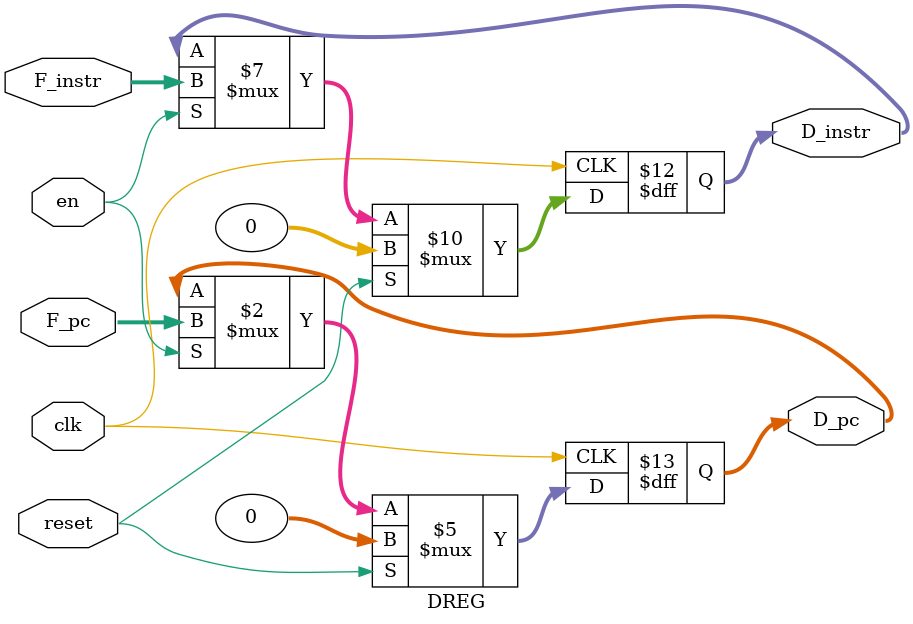
<source format=v>
`timescale 1ns / 1ps
module DREG(
    input clk,
    input reset,
    input en,
    input [31:0] F_instr,
    input [31:0] F_pc,

    output reg [31:0] D_instr,
    output reg [31:0] D_pc
    );

    always @(posedge clk) begin
        if (reset) begin
            D_instr <= 32'b0;
            D_pc <= 32'b0;
        end
        else if (en) begin
            D_instr <= F_instr;
            D_pc <= F_pc;
        end
    end

endmodule

</source>
